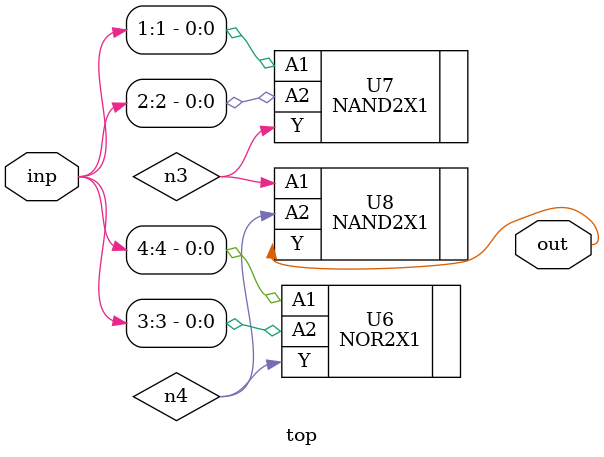
<source format=sv>


module top ( inp, out );
  input [4:0] inp;
  output out;
  wire   n3, n4;

  NOR2X1 U6 ( .A1(inp[4]), .A2(inp[3]), .Y(n4) );
  NAND2X1 U7 ( .A1(inp[1]), .A2(inp[2]), .Y(n3) );
  NAND2X1 U8 ( .A1(n3), .A2(n4), .Y(out) );
endmodule


</source>
